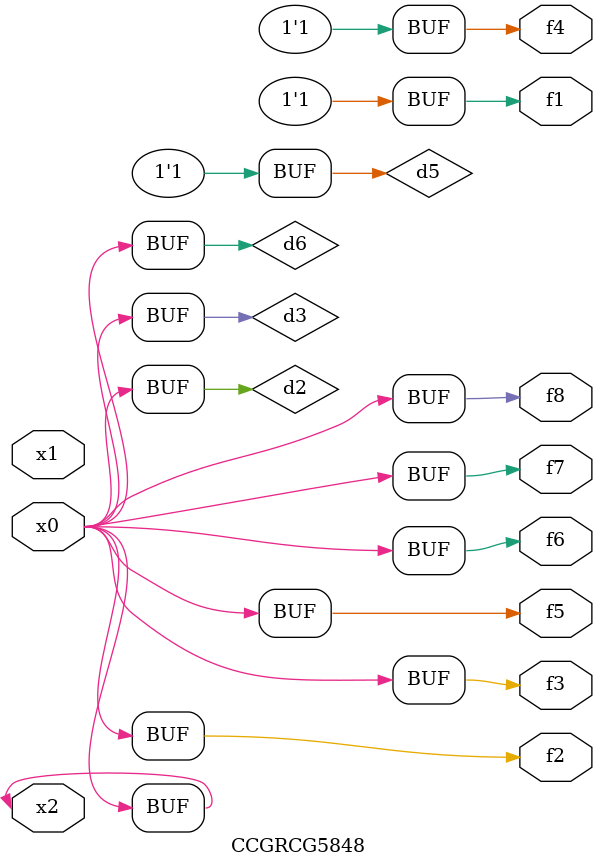
<source format=v>
module CCGRCG5848(
	input x0, x1, x2,
	output f1, f2, f3, f4, f5, f6, f7, f8
);

	wire d1, d2, d3, d4, d5, d6;

	xnor (d1, x2);
	buf (d2, x0, x2);
	and (d3, x0);
	xnor (d4, x1, x2);
	nand (d5, d1, d3);
	buf (d6, d2, d3);
	assign f1 = d5;
	assign f2 = d6;
	assign f3 = d6;
	assign f4 = d5;
	assign f5 = d6;
	assign f6 = d6;
	assign f7 = d6;
	assign f8 = d6;
endmodule

</source>
